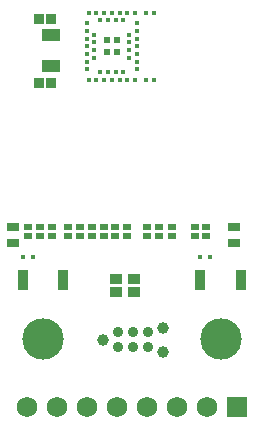
<source format=gts>
G04*
G04 #@! TF.GenerationSoftware,Altium Limited,Altium Designer,21.6.4 (81)*
G04*
G04 Layer_Color=8388736*
%FSLAX44Y44*%
%MOMM*%
G71*
G04*
G04 #@! TF.SameCoordinates,8C3636EA-CFF2-41A9-9EC8-A279A3EE80BB*
G04*
G04*
G04 #@! TF.FilePolarity,Negative*
G04*
G01*
G75*
%ADD24R,0.4500X0.4500*%
%ADD25R,0.5200X0.5200*%
%ADD26R,0.6500X0.6200*%
%ADD27C,0.8900*%
%ADD28R,1.1200X0.7400*%
%ADD29R,0.8200X0.8200*%
%ADD30R,0.4600X0.4500*%
%ADD31R,0.9000X1.8000*%
%ADD32R,1.6500X1.1000*%
%ADD33R,1.1000X0.9000*%
%ADD34C,1.0000*%
%ADD35C,1.7500*%
%ADD36R,1.7500X1.7500*%
%ADD37C,3.5000*%
D24*
X128400Y376360D02*
D03*
X121900D02*
D03*
X112480D02*
D03*
X105980D02*
D03*
X99480D02*
D03*
X92980D02*
D03*
X86480D02*
D03*
X79980D02*
D03*
X73480D02*
D03*
X102730Y369860D02*
D03*
X96230D02*
D03*
X89730D02*
D03*
X83230D02*
D03*
X71600Y367460D02*
D03*
Y360960D02*
D03*
Y347960D02*
D03*
Y341460D02*
D03*
Y328460D02*
D03*
X78100Y357710D02*
D03*
Y344710D02*
D03*
Y338210D02*
D03*
X73480Y319560D02*
D03*
X79980D02*
D03*
X86480D02*
D03*
X92980D02*
D03*
X99480D02*
D03*
X105980D02*
D03*
X112480D02*
D03*
X121900D02*
D03*
X128400D02*
D03*
X83230Y326060D02*
D03*
X89730D02*
D03*
X96230D02*
D03*
X102730D02*
D03*
X114350Y328460D02*
D03*
Y334960D02*
D03*
Y341460D02*
D03*
Y347960D02*
D03*
Y354460D02*
D03*
Y360960D02*
D03*
Y367460D02*
D03*
X107850Y344710D02*
D03*
Y357710D02*
D03*
X71600Y354460D02*
D03*
Y334960D02*
D03*
X78100Y351210D02*
D03*
X107850Y338210D02*
D03*
Y351210D02*
D03*
D25*
X97480Y353160D02*
D03*
X88480D02*
D03*
Y342760D02*
D03*
X97480D02*
D03*
D26*
X163000Y195000D02*
D03*
Y187000D02*
D03*
X42000Y195000D02*
D03*
Y187000D02*
D03*
X173000Y195000D02*
D03*
Y187000D02*
D03*
X22000Y187000D02*
D03*
Y195000D02*
D03*
X32000Y187000D02*
D03*
Y195000D02*
D03*
X96000Y187000D02*
D03*
Y195000D02*
D03*
X66000Y187000D02*
D03*
Y195000D02*
D03*
X106000Y187000D02*
D03*
Y195000D02*
D03*
X56000Y187000D02*
D03*
Y195000D02*
D03*
X76000Y187000D02*
D03*
Y195000D02*
D03*
X86000Y187000D02*
D03*
Y195000D02*
D03*
X143500D02*
D03*
Y187000D02*
D03*
X133250D02*
D03*
Y195000D02*
D03*
X123000Y187000D02*
D03*
Y195000D02*
D03*
D27*
X123750Y106000D02*
D03*
Y93300D02*
D03*
X111050Y106000D02*
D03*
Y93300D02*
D03*
X98350Y106000D02*
D03*
Y93300D02*
D03*
D28*
X196000Y181150D02*
D03*
Y194850D02*
D03*
X9000Y194850D02*
D03*
Y181150D02*
D03*
D29*
X31650Y317310D02*
D03*
X41850D02*
D03*
Y371310D02*
D03*
X31650D02*
D03*
D30*
X167800Y170000D02*
D03*
X176200D02*
D03*
X26200D02*
D03*
X17800D02*
D03*
D31*
X202000Y150000D02*
D03*
X168000D02*
D03*
X18000D02*
D03*
X52000D02*
D03*
D32*
X41250Y357310D02*
D03*
Y331310D02*
D03*
D33*
X96386Y151296D02*
D03*
X111386D02*
D03*
Y140296D02*
D03*
X96386D02*
D03*
D34*
X136450Y89490D02*
D03*
Y109810D02*
D03*
X85650Y99650D02*
D03*
D35*
X71900Y42200D02*
D03*
X97300D02*
D03*
X122700D02*
D03*
X173500D02*
D03*
X148100D02*
D03*
X46500D02*
D03*
X21100D02*
D03*
D36*
X198900D02*
D03*
D37*
X185000Y100000D02*
D03*
X35000D02*
D03*
M02*

</source>
